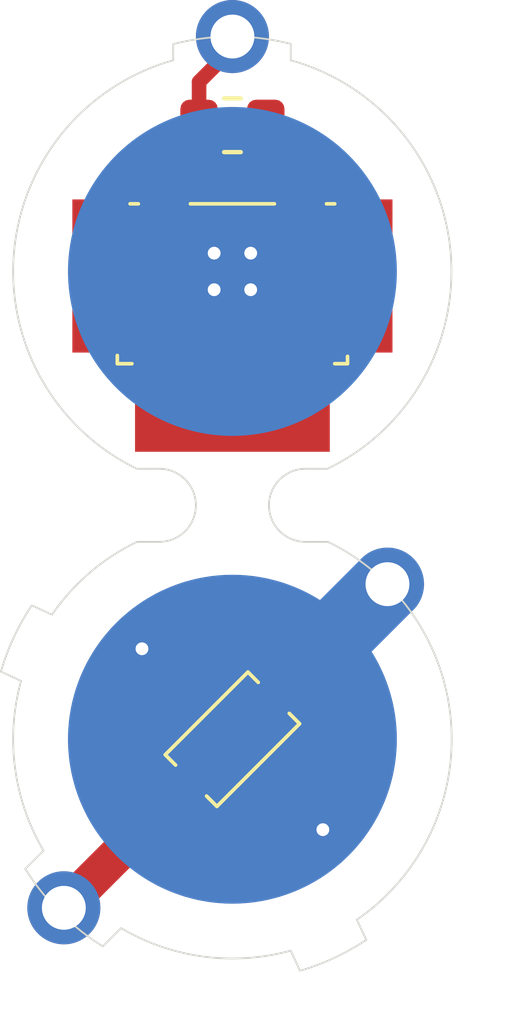
<source format=kicad_pcb>
(kicad_pcb (version 20241229) (generator "pcbnew") (generator_version "9.0")
  (layers (0 "F.Cu" signal) (2 "B.Cu" signal) (13 "F.Paste" user) (15 "B.Paste" user) (5 "F.SilkS" user "F.Silkscreen") (7 "B.SilkS" user "B.Silkscreen") (1 "F.Mask" user) (3 "B.Mask" user) (25 "Edge.Cuts" user))
  (net 0 "")
  (net 1 "Net-(SW1-B)")
  (net 2 "/LED+")
  (net 3 "/BAT-")
  (net 4 "/BAT+")
  (footprint "led_jewellery:LED" (layer "F.Cu") (at 124.5 84.8 -135)
    (property "Reference" "D1" (hide yes))
    (property "Value" "LED")
    (fp_line (start 1.6 1) (end -1.6 1) (stroke (width 0.1)) (layer "F.SilkS"))
    (fp_line (start 1.6 0.6) (end 1.6 1) (stroke (width 0.1)) (layer "F.SilkS"))
    (fp_line (start 1.6 -1) (end 1.6 -0.6) (stroke (width 0.1)) (layer "F.SilkS"))
    (fp_line (start -1.6 1) (end -1.6 0.6) (stroke (width 0.1)) (layer "F.SilkS"))
    (fp_line (start -1.6 -0.6) (end -1.6 -1) (stroke (width 0.1)) (layer "F.SilkS"))
    (fp_line (start -1.6 -1) (end 1.6 -1) (stroke (width 0.1)) (layer "F.SilkS"))
    (pad "1" smd rect (at -3.2 0 225) (size 5.5 1) (layers "F.Cu" "F.Mask") (net 3 "/BAT-"))
    (pad "2" smd rect (at 3.2 0 225) (size 5.5 1) (layers "F.Cu" "F.Mask") (net 2 "/LED+"))
  )
  (footprint "mousebites:mouse-bite-2mm-slot" (layer "F.Cu") (at 124.5 78.4)
    (property "Reference" "mouse-bite-2mm-slot" (hide yes))
    (property "Value" "VAL**" (hide yes))
    (fp_arc (start -2 -1) (mid -1 0) (end -2 1) (stroke (width 0.05)) (layer "Edge.Cuts"))
    (fp_arc (start 2 1) (mid 1 0) (end 2 -1) (stroke (width 0.05)) (layer "Edge.Cuts"))
    (pad "" np_thru_hole circle (at -0.75 -0.75) (size 0.5 0.5) (drill 0.5) (layers "*.Cu" "*.Mask"))
    (pad "" np_thru_hole circle (at -0.75 0.75) (size 0.5 0.5) (drill 0.5) (layers "*.Cu" "*.Mask"))
    (pad "" np_thru_hole circle (at 0 -0.75) (size 0.5 0.5) (drill 0.5) (layers "*.Cu" "*.Mask"))
    (pad "" np_thru_hole circle (at 0 0.75) (size 0.5 0.5) (drill 0.5) (layers "*.Cu" "*.Mask"))
    (pad "" np_thru_hole circle (at 0.75 -0.75) (size 0.5 0.5) (drill 0.5) (layers "*.Cu" "*.Mask"))
    (pad "" np_thru_hole circle (at 0.75 0.75) (size 0.5 0.5) (drill 0.5) (layers "*.Cu" "*.Mask"))
  )
  (footprint "Resistor_SMD:R_0805_2012Metric" (layer "F.Cu") (at 124.5 68 180)
    (property "Reference" "R1" (hide yes))
    (property "Value" "R")
    (fp_line (start -0.227064 0.735) (end 0.227064 0.735) (stroke (width 0.12)) (layer "F.SilkS"))
    (fp_line (start -0.227064 -0.735) (end 0.227064 -0.735) (stroke (width 0.12)) (layer "F.SilkS"))
    (pad "1" smd roundrect (at -0.9125 0 180) (size 1.025 1.4) (layers "F.Cu" "F.Mask" "F.Paste") (roundrect_rratio 0.243902) (net 1 "Net-(SW1-B)"))
    (pad "2" smd roundrect (at 0.9125 0 180) (size 1.025 1.4) (layers "F.Cu" "F.Mask" "F.Paste") (roundrect_rratio 0.243902) (net 2 "/LED+"))
  )
  (footprint "diptronics_ta3:diptronics_ta3" (layer "F.Cu") (at 124.5 74.525)
    (property "Reference" "SW1" (hide yes))
    (property "Value" "SW_SPST")
    (fp_line (start -3.15 -0.225) (end -3.15 0) (stroke (width 0.1)) (layer "F.SilkS"))
    (fp_line (start -3.15 0) (end -2.75 0) (stroke (width 0.1)) (layer "F.SilkS"))
    (fp_line (start -2.575 -4.375) (end -2.8 -4.375) (stroke (width 0.1)) (layer "F.SilkS"))
    (fp_line (start -1.15 -4.375) (end 1.15 -4.375) (stroke (width 0.1)) (layer "F.SilkS"))
    (fp_line (start 2.575 -4.375) (end 2.8 -4.375) (stroke (width 0.1)) (layer "F.SilkS"))
    (fp_line (start 3.15 -0.2) (end 3.15 0) (stroke (width 0.1)) (layer "F.SilkS"))
    (fp_line (start 3.15 0) (end 2.8 0) (stroke (width 0.1)) (layer "F.SilkS"))
    (pad "1" smd rect (at -1.8725 -3.58 90) (size 3.76 1.205) (layers "F.Cu" "F.Mask" "F.Paste") (net 4 "/BAT+"))
    (pad "2" smd rect (at 1.8725 -3.58 90) (size 3.76 1.205) (layers "F.Cu" "F.Mask" "F.Paste") (net 1 "Net-(SW1-B)"))
    (pad "MP" smd rect (at -3.65 -2.4) (size 1.46 4.19) (layers "F.Cu" "F.Mask" "F.Paste"))
    (pad "MP" smd rect (at 0 1.015) (size 5.33 2.79) (layers "F.Cu" "F.Mask" "F.Paste"))
    (pad "MP" smd rect (at 3.65 -2.4) (size 1.46 4.19) (layers "F.Cu" "F.Mask" "F.Paste"))
  )
  (footprint "led_jewellery:9mm_pad" (layer "B.Cu") (at 124.5 84.8 -135)
    (property "Reference" "J1" (hide yes))
    (property "Value" "Conn_01x01")
    (pad "1" smd circle (at 0 0 225) (size 9 9) (layers "B.Cu" "B.Mask") (net 3 "/BAT-"))
  )
  (footprint "led_jewellery:9mm_pad" (layer "B.Cu") (at 124.5 72 180)
    (property "Reference" "J2" (hide yes))
    (property "Value" "Conn_01x01")
    (pad "1" smd circle (at 0 0 180) (size 9 9) (layers "B.Cu" "B.Mask") (net 4 "/BAT+"))
  )
  (gr_line (start 129.662397 81.742288) (end 129.662399 81.742283) (stroke (width 0.05)) (layer "Edge.Cuts"))
  (gr_arc (start 119.560821 81.393448) (mid 120.598693 80.241502) (end 121.884645 79.4) (stroke (width 0.05)) (layer "Edge.Cuts"))
  (gr_arc (start 127.115338 79.4) (mid 127.339014 79.51417) (end 127.557715 79.6376) (stroke (width 0.05)) (layer "Edge.Cuts"))
  (gr_arc (start 129.662397 81.742288) (mid 130.360395 86.086748) (end 127.906549 89.739166) (stroke (width 0.05)) (layer "Edge.Cuts"))
  (gr_arc (start 118.164809 82.94923) (mid 118.518369 82.01072) (end 119.010046 81.136616) (stroke (width 0.05)) (layer "Edge.Cuts"))
  (gr_arc (start 124.5 65.573) (mid 125.304105 65.623501) (end 126.095573 65.774209) (stroke (width 0.05)) (layer "Edge.Cuts"))
  (gr_line (start 120.952656 90.468665) (end 121.452745 89.968576) (stroke (width 0.05)) (layer "Edge.Cuts"))
  (gr_line (start 126.093938 90.584405) (end 126.350773 91.135186) (stroke (width 0.05)) (layer "Edge.Cuts"))
  (gr_line (start 118.831189 88.347491) (end 119.331421 87.847259) (stroke (width 0.05)) (layer "Edge.Cuts"))
  (gr_line (start 122.5 77.4) (end 121.884661 77.4) (stroke (width 0.05)) (layer "Edge.Cuts"))
  (gr_line (start 127.906549 89.739166) (end 128.163385 90.289954) (stroke (width 0.05)) (layer "Edge.Cuts"))
  (gr_arc (start 122.880439 65.780406) (mid 123.683606 65.625062) (end 124.5 65.573) (stroke (width 0.05)) (layer "Edge.Cuts"))
  (gr_arc (start 127.557737 79.637612) (mid 128.742649 80.557367) (end 129.662399 81.742283) (stroke (width 0.05)) (layer "Edge.Cuts"))
  (gr_line (start 127.100554 77.4) (end 126.5 77.4) (stroke (width 0.05)) (layer "Edge.Cuts"))
  (gr_arc (start 126.093938 90.584405) (mid 123.710795 90.74787) (end 121.452745 89.968576) (stroke (width 0.05)) (layer "Edge.Cuts"))
  (gr_arc (start 120.952656 90.468665) (mid 119.771517 89.528516) (end 118.83136 88.347384) (stroke (width 0.05)) (layer "Edge.Cuts"))
  (gr_line (start 126.095571 66.222715) (end 126.095573 65.774209) (stroke (width 0.05)) (layer "Edge.Cuts"))
  (gr_line (start 122.880439 66.222717) (end 122.880439 65.780407) (stroke (width 0.05)) (layer "Edge.Cuts"))
  (gr_line (start 118.164809 82.94923) (end 118.715593 83.206065) (stroke (width 0.05)) (layer "Edge.Cuts"))
  (gr_line (start 127.557717 79.637601) (end 127.557715 79.6376) (stroke (width 0.05)) (layer "Edge.Cuts"))
  (gr_arc (start 119.331421 87.847259) (mid 118.55213 85.589207) (end 118.715593 83.206065) (stroke (width 0.05)) (layer "Edge.Cuts"))
  (gr_line (start 122.5 79.4) (end 121.884645 79.4) (stroke (width 0.05)) (layer "Edge.Cuts"))
  (gr_arc (start 121.884661 77.4) (mid 118.52367 71.467572) (end 122.880439 66.222715) (stroke (width 0.05)) (layer "Edge.Cuts"))
  (gr_arc (start 128.163385 90.289954) (mid 127.289282 90.78163) (end 126.350773 91.135186) (stroke (width 0.05)) (layer "Edge.Cuts"))
  (gr_line (start 127.115338 79.4) (end 126.5 79.4) (stroke (width 0.05)) (layer "Edge.Cuts"))
  (gr_line (start 119.010046 81.136616) (end 119.560821 81.393448) (stroke (width 0.05)) (layer "Edge.Cuts"))
  (gr_arc (start 126.095573 66.222715) (mid 130.468889 71.456641) (end 127.100554 77.4) (stroke (width 0.05)) (layer "Edge.Cuts"))
  (segment (start 126.3725 70.945) (end 126.3725 68.96) (width 0.4) (layer "F.Cu") (net 1))
  (segment (start 126.3725 68.96) (end 125.4125 68) (width 0.4) (layer "F.Cu") (net 1))
  (segment (start 123.085787 86.214214) (end 121.31802 87.981981) (width 0.2) (layer "F.Cu") (net 2))
  (segment (start 123.5875 66.8125) (end 124.5 65.9) (width 0.4) (layer "F.Cu") (net 2))
  (segment (start 123.5875 68) (end 123.5875 66.8125) (width 0.4) (layer "F.Cu") (net 2))
  (segment (start 124.5 65.9) (end 124.5 65.573) (width 0.4) (layer "F.Cu") (net 2))
  (via (at 119.886836 89.413165) (size 2) (drill 1.2) (layers "F.Cu" "B.Cu") (net 2))
  (via (at 124.5 65.573) (size 2) (drill 1.2) (layers "F.Cu" "B.Cu") (net 2))
  (via (at 122.025126 82.325126) (size 0.8) (drill 0.35) (layers "F.Cu" "B.Cu") (net 3))
  (via (at 128.742641 80.55736) (size 2) (drill 1.2) (layers "F.Cu" "B.Cu") (net 3))
  (via (at 126.974874 87.274874) (size 0.8) (drill 0.35) (layers "F.Cu" "B.Cu") (net 3))
  (segment (start 128.742641 80.55736) (end 124.500001 84.8) (width 2) (layer "B.Cu") (net 3))
  (segment (start 124.500001 84.8) (end 124.5 84.8) (width 0.2) (layer "B.Cu") (net 3))
  (segment (start 125 71.5) (end 124 71.5) (width 0.4) (layer "F.Cu") (net 4))
  (segment (start 122.75 72.5) (end 124 72.5) (width 0.4) (layer "F.Cu") (net 4))
  (segment (start 125 72.5) (end 125 71.5) (width 0.4) (layer "F.Cu") (net 4))
  (segment (start 122.6275 71.1275) (end 123 71.5) (width 0.4) (layer "F.Cu") (net 4))
  (segment (start 122.6275 70.945) (end 122.6275 71.1275) (width 0.4) (layer "F.Cu") (net 4))
  (segment (start 123 71.5) (end 124 71.5) (width 0.4) (layer "F.Cu") (net 4))
  (segment (start 123 70.5) (end 122.75 70.75) (width 0.4) (layer "F.Cu") (net 4))
  (segment (start 122.75 70.75) (end 122.75 72.5) (width 0.4) (layer "F.Cu") (net 4))
  (segment (start 124 72.5) (end 125 72.5) (width 0.4) (layer "F.Cu") (net 4))
  (segment (start 124 71.5) (end 124 72.5) (width 0.4) (layer "F.Cu") (net 4))
  (via (at 124 72.5) (size 0.8) (drill 0.35) (layers "F.Cu" "B.Cu") (net 4))
  (via (at 125 72.5) (size 0.8) (drill 0.35) (layers "F.Cu" "B.Cu") (net 4))
  (via (at 125 71.5) (size 0.8) (drill 0.35) (layers "F.Cu" "B.Cu") (net 4))
  (via (at 124 71.5) (size 0.8) (drill 0.35) (layers "F.Cu" "B.Cu") (net 4))
  (zone (net 3) (net_name "/BAT-") (layer "F.Cu") (connect_pads (clearance 0.35)) (min_thickness 0.25) (fill yes (thermal_gap 0.5) (thermal_bridge_width 0.5) (island_removal_mode 1) (island_area_min 10))
    (polygon (pts (xy 127.540156 81.482252) (xy 127.239427 81.22991) (xy 126.917849 81.004739) (xy 126.577869 80.808452) (xy 126.222076 80.642543) (xy 125.853176 80.508274) (xy 125.473979 80.406668) (xy 125.087368 80.338499) (xy 124.696287 80.304283) (xy 124.303713 80.304283) (xy 123.912632 80.338499) (xy 123.526021 80.406668) (xy 123.146824 80.508274) (xy 122.777924 80.642543) (xy 122.422132 80.808452) (xy 122.082152 81.004739) (xy 121.760574 81.22991) (xy 121.459844 81.482252) (xy 121.182252 81.759844) (xy 120.92991 82.060574) (xy 120.704739 82.382152) (xy 120.508452 82.722132) (xy 120.342543 83.077924) (xy 120.208274 83.446824) (xy 120.106668 83.826021) (xy 120.038499 84.212632) (xy 120.004283 84.603713) (xy 120.004283 84.996287) (xy 120.038499 85.387368) (xy 120.106668 85.773979) (xy 120.208274 86.153176) (xy 120.342543 86.522076) (xy 120.508452 86.877869) (xy 120.704739 87.217849) (xy 120.92991 87.539427) (xy 121.182252 87.840156) (xy 121.459844 88.117748) (xy 121.760574 88.37009) (xy 122.082152 88.595262) (xy 122.422132 88.791549) (xy 122.777924 88.957458) (xy 123.146824 89.091727) (xy 123.526021 89.193332) (xy 123.912632 89.261502) (xy 124.303713 89.295717) (xy 124.696287 89.295717) (xy 125.087368 89.261502) (xy 125.473979 89.193332) (xy 125.853176 89.091727) (xy 126.222076 88.957458) (xy 126.577869 88.791549) (xy 126.917849 88.595262) (xy 127.239427 88.37009) (xy 127.540156 88.117748) (xy 127.817748 87.840156) (xy 128.07009 87.539427) (xy 128.295262 87.217849) (xy 128.491549 86.877869) (xy 128.657458 86.522076) (xy 128.791727 86.153176) (xy 128.893332 85.773979) (xy 128.961502 85.387368) (xy 128.995717 84.996287) (xy 128.995717 84.603713) (xy 128.961502 84.212632) (xy 128.893332 83.826021) (xy 128.791727 83.446824) (xy 128.657458 83.077924) (xy 128.491549 82.722132) (xy 128.295262 82.382152) (xy 128.07009 82.060574) (xy 127.817748 81.759844)))
  )
)
</source>
